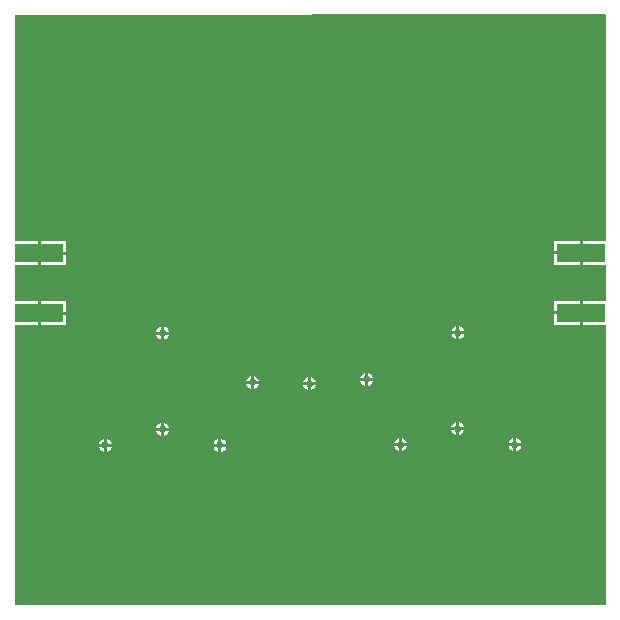
<source format=gbl>
G04*
G04 #@! TF.GenerationSoftware,Altium Limited,Altium Designer,24.9.1 (31)*
G04*
G04 Layer_Physical_Order=2*
G04 Layer_Color=16711680*
%FSLAX44Y44*%
%MOMM*%
G71*
G04*
G04 #@! TF.SameCoordinates,4F6A3D44-4BAA-4EB1-AB99-C70FB7F5AA8B*
G04*
G04*
G04 #@! TF.FilePolarity,Positive*
G04*
G01*
G75*
%ADD21R,4.0600X1.5200*%
%ADD28C,0.6000*%
G36*
X499848Y499330D02*
X499888Y309436D01*
X498990Y308537D01*
X480227D01*
Y298397D01*
Y288257D01*
X499892D01*
X499898Y258636D01*
X499000Y257737D01*
X480227D01*
Y247597D01*
Y237457D01*
X499903D01*
X499952Y898D01*
X499054Y-0D01*
X-471Y0D01*
X-471Y236958D01*
X18937D01*
Y247098D01*
Y257238D01*
X-471D01*
Y287758D01*
X18937D01*
Y297898D01*
Y308038D01*
X-471D01*
X-471Y500000D01*
X498950Y500227D01*
X499848Y499330D01*
D02*
G37*
%LPC*%
G36*
X477687Y308537D02*
X456117D01*
Y299667D01*
X477687D01*
Y308537D01*
D02*
G37*
G36*
X43047Y308038D02*
X21477D01*
Y299168D01*
X43047D01*
Y308038D01*
D02*
G37*
G36*
X477687Y297127D02*
X456117D01*
Y288257D01*
X477687D01*
Y297127D01*
D02*
G37*
G36*
X43047Y296628D02*
X21477D01*
Y287758D01*
X43047D01*
Y296628D01*
D02*
G37*
G36*
X477687Y257737D02*
X456117D01*
Y248867D01*
X477687D01*
Y257737D01*
D02*
G37*
G36*
X43047Y257238D02*
X21477D01*
Y248368D01*
X43047D01*
Y257238D01*
D02*
G37*
G36*
X477687Y246327D02*
X456117D01*
Y237457D01*
X477687D01*
Y246327D01*
D02*
G37*
G36*
X43047Y245828D02*
X21477D01*
Y236958D01*
X43047D01*
Y245828D01*
D02*
G37*
G36*
X376038Y236028D02*
Y231828D01*
X380239D01*
X379465Y233696D01*
X377906Y235255D01*
X376038Y236028D01*
D02*
G37*
G36*
X373498D02*
X371630Y235255D01*
X370072Y233696D01*
X369298Y231828D01*
X373498D01*
Y236028D01*
D02*
G37*
G36*
X126160Y235930D02*
Y231730D01*
X130360D01*
X129586Y233598D01*
X128028Y235156D01*
X126160Y235930D01*
D02*
G37*
G36*
X123620D02*
X121751Y235156D01*
X120193Y233598D01*
X119419Y231730D01*
X123620D01*
Y235930D01*
D02*
G37*
G36*
X380239Y229288D02*
X376038D01*
Y225088D01*
X377906Y225861D01*
X379465Y227420D01*
X380239Y229288D01*
D02*
G37*
G36*
X373498D02*
X369298D01*
X370072Y227420D01*
X371630Y225861D01*
X373498Y225088D01*
Y229288D01*
D02*
G37*
G36*
X130360Y229190D02*
X126160D01*
Y224989D01*
X128028Y225763D01*
X129586Y227321D01*
X130360Y229190D01*
D02*
G37*
G36*
X123620D02*
X119419D01*
X120193Y227321D01*
X121751Y225763D01*
X123620Y224989D01*
Y229190D01*
D02*
G37*
G36*
X298852Y196637D02*
Y192436D01*
X303052D01*
X302278Y194305D01*
X300720Y195863D01*
X298852Y196637D01*
D02*
G37*
G36*
X296311D02*
X294443Y195863D01*
X292885Y194305D01*
X292111Y192436D01*
X296311D01*
Y196637D01*
D02*
G37*
G36*
X202079Y194240D02*
Y190040D01*
X206279D01*
X205505Y191908D01*
X203947Y193467D01*
X202079Y194240D01*
D02*
G37*
G36*
X199539D02*
X197671Y193467D01*
X196112Y191908D01*
X195338Y190040D01*
X199539D01*
Y194240D01*
D02*
G37*
G36*
X250490Y192870D02*
Y188670D01*
X254691D01*
X253917Y190538D01*
X252359Y192097D01*
X250490Y192870D01*
D02*
G37*
G36*
X247950D02*
X246082Y192097D01*
X244524Y190538D01*
X243750Y188670D01*
X247950D01*
Y192870D01*
D02*
G37*
G36*
X303052Y189896D02*
X298852D01*
Y185696D01*
X300720Y186470D01*
X302278Y188028D01*
X303052Y189896D01*
D02*
G37*
G36*
X296311D02*
X292111D01*
X292885Y188028D01*
X294443Y186470D01*
X296311Y185696D01*
Y189896D01*
D02*
G37*
G36*
X206279Y187500D02*
X202079D01*
Y183300D01*
X203947Y184073D01*
X205505Y185632D01*
X206279Y187500D01*
D02*
G37*
G36*
X199539D02*
X195338D01*
X196112Y185632D01*
X197671Y184073D01*
X199539Y183300D01*
Y187500D01*
D02*
G37*
G36*
X254691Y186130D02*
X250490D01*
Y181930D01*
X252359Y182703D01*
X253917Y184262D01*
X254691Y186130D01*
D02*
G37*
G36*
X247950D02*
X243750D01*
X244524Y184262D01*
X246082Y182703D01*
X247950Y181930D01*
Y186130D01*
D02*
G37*
G36*
X375977Y154976D02*
Y150776D01*
X380177D01*
X379403Y152644D01*
X377845Y154202D01*
X375977Y154976D01*
D02*
G37*
G36*
X373437D02*
X371569Y154202D01*
X370010Y152644D01*
X369236Y150776D01*
X373437D01*
Y154976D01*
D02*
G37*
G36*
X126025Y154561D02*
Y150361D01*
X130225D01*
X129452Y152229D01*
X127893Y153787D01*
X126025Y154561D01*
D02*
G37*
G36*
X123485D02*
X121617Y153787D01*
X120058Y152229D01*
X119285Y150361D01*
X123485D01*
Y154561D01*
D02*
G37*
G36*
X380177Y148236D02*
X375977D01*
Y144035D01*
X377845Y144809D01*
X379403Y146368D01*
X380177Y148236D01*
D02*
G37*
G36*
X373437D02*
X369236D01*
X370010Y146368D01*
X371569Y144809D01*
X373437Y144035D01*
Y148236D01*
D02*
G37*
G36*
X130225Y147821D02*
X126025D01*
Y143621D01*
X127893Y144394D01*
X129452Y145953D01*
X130225Y147821D01*
D02*
G37*
G36*
X123485D02*
X119285D01*
X120058Y145953D01*
X121617Y144394D01*
X123485Y143621D01*
Y147821D01*
D02*
G37*
G36*
X327510Y141456D02*
Y137256D01*
X331711D01*
X330937Y139124D01*
X329378Y140682D01*
X327510Y141456D01*
D02*
G37*
G36*
X324970D02*
X323102Y140682D01*
X321544Y139124D01*
X320770Y137256D01*
X324970D01*
Y141456D01*
D02*
G37*
G36*
X424303Y141379D02*
Y137179D01*
X428504D01*
X427730Y139047D01*
X426171Y140605D01*
X424303Y141379D01*
D02*
G37*
G36*
X421763D02*
X419895Y140605D01*
X418337Y139047D01*
X417563Y137179D01*
X421763D01*
Y141379D01*
D02*
G37*
G36*
X77558Y141041D02*
Y136841D01*
X81759D01*
X80985Y138709D01*
X79426Y140268D01*
X77558Y141041D01*
D02*
G37*
G36*
X75018D02*
X73150Y140268D01*
X71592Y138709D01*
X70818Y136841D01*
X75018D01*
Y141041D01*
D02*
G37*
G36*
X174532Y140964D02*
Y136764D01*
X178733D01*
X177959Y138632D01*
X176401Y140190D01*
X174532Y140964D01*
D02*
G37*
G36*
X171992D02*
X170124Y140190D01*
X168566Y138632D01*
X167792Y136764D01*
X171992D01*
Y140964D01*
D02*
G37*
G36*
X331711Y134716D02*
X327510D01*
Y130515D01*
X329378Y131289D01*
X330937Y132848D01*
X331711Y134716D01*
D02*
G37*
G36*
X324970D02*
X320770D01*
X321544Y132848D01*
X323102Y131289D01*
X324970Y130515D01*
Y134716D01*
D02*
G37*
G36*
X428504Y134639D02*
X424303D01*
Y130438D01*
X426171Y131212D01*
X427730Y132771D01*
X428504Y134639D01*
D02*
G37*
G36*
X421763D02*
X417563D01*
X418337Y132771D01*
X419895Y131212D01*
X421763Y130438D01*
Y134639D01*
D02*
G37*
G36*
X81759Y134301D02*
X77558D01*
Y130101D01*
X79426Y130874D01*
X80985Y132433D01*
X81759Y134301D01*
D02*
G37*
G36*
X75018D02*
X70818D01*
X71592Y132433D01*
X73150Y130874D01*
X75018Y130101D01*
Y134301D01*
D02*
G37*
G36*
X178733Y134224D02*
X174532D01*
Y130023D01*
X176401Y130797D01*
X177959Y132356D01*
X178733Y134224D01*
D02*
G37*
G36*
X171992D02*
X167792D01*
X168566Y132356D01*
X170124Y130797D01*
X171992Y130023D01*
Y134224D01*
D02*
G37*
%LPD*%
D21*
X478957Y298397D02*
D03*
Y247597D02*
D03*
X20207Y297898D02*
D03*
Y247098D02*
D03*
D28*
X374768Y230558D02*
D03*
X124890Y230460D02*
D03*
X76288Y135571D02*
D03*
X249220Y187400D02*
D03*
X124755Y149091D02*
D03*
X173262Y135494D02*
D03*
X297582Y191166D02*
D03*
X200809Y188770D02*
D03*
X326240Y135986D02*
D03*
X374707Y149506D02*
D03*
X423033Y135909D02*
D03*
M02*

</source>
